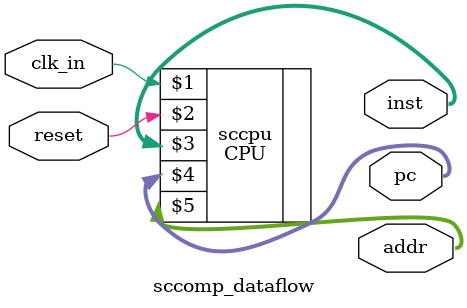
<source format=v>
`timescale 1ns / 1ps


module sccomp_dataflow(
input clk_in,
input reset,
output [31:0] inst,
output [31:0] pc,
output [31:0] addr
    );
    CPU sccpu(clk_in,reset,inst,pc,addr);
endmodule

</source>
